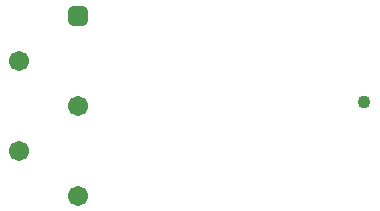
<source format=gbs>
G04*
G04 #@! TF.GenerationSoftware,Altium Limited,Altium Designer,24.8.2 (39)*
G04*
G04 Layer_Color=16711935*
%FSLAX44Y44*%
%MOMM*%
G71*
G04*
G04 #@! TF.SameCoordinates,27CDC404-796B-4BEE-BB71-1A0BAB082429*
G04*
G04*
G04 #@! TF.FilePolarity,Negative*
G04*
G01*
G75*
%ADD17C,1.7032*%
G04:AMPARAMS|DCode=18|XSize=1.7032mm|YSize=1.7032mm|CornerRadius=0.4766mm|HoleSize=0mm|Usage=FLASHONLY|Rotation=90.000|XOffset=0mm|YOffset=0mm|HoleType=Round|Shape=RoundedRectangle|*
%AMROUNDEDRECTD18*
21,1,1.7032,0.7500,0,0,90.0*
21,1,0.7500,1.7032,0,0,90.0*
1,1,0.9532,0.3750,0.3750*
1,1,0.9532,0.3750,-0.3750*
1,1,0.9532,-0.3750,-0.3750*
1,1,0.9532,-0.3750,0.3750*
%
%ADD18ROUNDEDRECTD18*%
%ADD19C,1.0922*%
D17*
X90470Y49130D02*
D03*
X40470Y163430D02*
D03*
X90470Y125330D02*
D03*
X40470Y87230D02*
D03*
D18*
X90470Y201530D02*
D03*
D19*
X332740Y128270D02*
D03*
M02*

</source>
